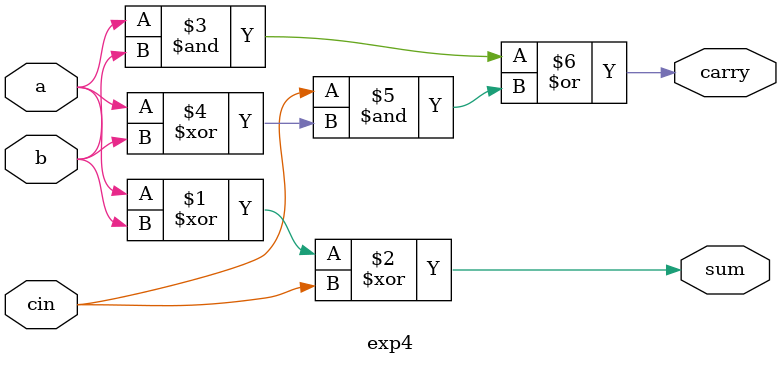
<source format=v>
module exp4(a,b,cin,sum,carry); 
input a,b,cin; 
output sum,carry; 
assign sum=( (a ^ b)^cin); 
assign carry= ( (a & b)| ( cin &(a ^ b ))); 
endmodule 
</source>
